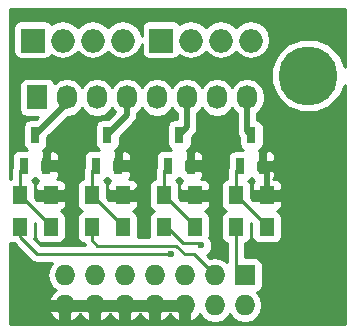
<source format=gtl>
G04 #@! TF.FileFunction,Copper,L1,Top,Signal*
%FSLAX46Y46*%
G04 Gerber Fmt 4.6, Leading zero omitted, Abs format (unit mm)*
G04 Created by KiCad (PCBNEW 4.0.1-stable) date 08.03.2016 20:40:15*
%MOMM*%
G01*
G04 APERTURE LIST*
%ADD10C,0.100000*%
%ADD11C,0.600000*%
%ADD12O,1.998980X1.998980*%
%ADD13R,1.998980X1.998980*%
%ADD14R,0.800100X1.400000*%
%ADD15R,1.300000X1.500000*%
%ADD16R,1.727200X2.032000*%
%ADD17O,1.727200X2.032000*%
%ADD18C,5.000000*%
%ADD19R,1.727200X1.727200*%
%ADD20O,1.727200X1.727200*%
%ADD21C,0.500000*%
%ADD22C,0.250000*%
%ADD23C,0.254000*%
G04 APERTURE END LIST*
D10*
D11*
X164000000Y-93600000D03*
X162650000Y-87975000D03*
X165075000Y-88075000D03*
X167850000Y-88125000D03*
X170225000Y-88125000D03*
X172950000Y-88125000D03*
X175500000Y-88000000D03*
X178375000Y-87950000D03*
X161250000Y-109150000D03*
X159750000Y-109150000D03*
X161250000Y-107650000D03*
X159750000Y-107650000D03*
X161250000Y-106150000D03*
X159750000Y-106150000D03*
X186000000Y-101850000D03*
X184400000Y-101750000D03*
X175640000Y-84050000D03*
X170000000Y-84130000D03*
X164460000Y-84200000D03*
X182800000Y-105300000D03*
X185800000Y-105300000D03*
X159770000Y-94880000D03*
X164280000Y-101880000D03*
X170360000Y-100630000D03*
X177720000Y-94760000D03*
X180950000Y-93250000D03*
D12*
X179510000Y-86150000D03*
D13*
X171890000Y-86150000D03*
D12*
X174430000Y-86150000D03*
X176970000Y-86150000D03*
X168660000Y-86150000D03*
D13*
X161040000Y-86150000D03*
D12*
X163580000Y-86150000D03*
X166120000Y-86150000D03*
D14*
X166400000Y-96725000D03*
X168300000Y-96725000D03*
X167350000Y-94125000D03*
X178600000Y-96750000D03*
X180500000Y-96750000D03*
X179550000Y-94150000D03*
X172500000Y-96725000D03*
X174400000Y-96725000D03*
X173450000Y-94125000D03*
X160300000Y-96725000D03*
X162200000Y-96725000D03*
X161250000Y-94125000D03*
D15*
X166050000Y-101925000D03*
X166050000Y-99225000D03*
X178250000Y-101925000D03*
X178250000Y-99225000D03*
X168650000Y-101925000D03*
X168650000Y-99225000D03*
X180850000Y-101925000D03*
X180850000Y-99225000D03*
X172150000Y-101925000D03*
X172150000Y-99225000D03*
X159950000Y-101925000D03*
X159950000Y-99225000D03*
X174750000Y-101925000D03*
X174750000Y-99225000D03*
X162550000Y-101925000D03*
X162550000Y-99225000D03*
D16*
X161400000Y-90950000D03*
D17*
X163940000Y-90950000D03*
X166480000Y-90950000D03*
X169020000Y-90950000D03*
X171560000Y-90950000D03*
X174100000Y-90950000D03*
X176640000Y-90950000D03*
X179180000Y-90950000D03*
D11*
X159350000Y-105100000D03*
D18*
X184370000Y-89100000D03*
D19*
X179000000Y-106000000D03*
D20*
X179000000Y-108540000D03*
X176460000Y-106000000D03*
X176460000Y-108540000D03*
X173920000Y-106000000D03*
X173920000Y-108540000D03*
X171380000Y-106000000D03*
X171380000Y-108540000D03*
X168840000Y-106000000D03*
X168840000Y-108540000D03*
X166300000Y-106000000D03*
X166300000Y-108540000D03*
X163760000Y-106000000D03*
X163760000Y-108540000D03*
D11*
X164270000Y-99800000D03*
X180990000Y-94970000D03*
X170350000Y-97090000D03*
X176450000Y-96480000D03*
X172790000Y-104200000D03*
X175320000Y-103480000D03*
D21*
X162550000Y-99225000D02*
X163695000Y-99225000D01*
X163695000Y-99225000D02*
X164270000Y-99800000D01*
X180500000Y-96750000D02*
X180500000Y-95460000D01*
X180500000Y-95460000D02*
X180990000Y-94970000D01*
X168650000Y-99225000D02*
X169475000Y-99225000D01*
X169475000Y-99225000D02*
X170350000Y-98350000D01*
X170350000Y-98350000D02*
X170350000Y-97090000D01*
X176450000Y-96480000D02*
X176205000Y-96725000D01*
X176205000Y-96725000D02*
X174400000Y-96725000D01*
X180850000Y-99225000D02*
X180850000Y-97100000D01*
X180850000Y-97100000D02*
X180500000Y-96750000D01*
D22*
X176460000Y-106000000D02*
X174660000Y-104200000D01*
X166050000Y-103030000D02*
X166050000Y-101925000D01*
X166520000Y-103500000D02*
X166050000Y-103030000D01*
X173200000Y-103500000D02*
X166520000Y-103500000D01*
X173900000Y-104200000D02*
X173200000Y-103500000D01*
X174660000Y-104200000D02*
X173900000Y-104200000D01*
X172760000Y-104230000D02*
X172790000Y-104200000D01*
X161400000Y-104230000D02*
X172760000Y-104230000D01*
X159950000Y-102780000D02*
X161400000Y-104230000D01*
X159950000Y-101925000D02*
X159950000Y-102780000D01*
X178250000Y-101925000D02*
X178250000Y-105250000D01*
X178250000Y-105250000D02*
X179000000Y-106000000D01*
X175320000Y-103480000D02*
X175080000Y-103240000D01*
X175080000Y-103240000D02*
X173760000Y-103240000D01*
X173760000Y-103240000D02*
X172445000Y-101925000D01*
X172445000Y-101925000D02*
X172150000Y-101925000D01*
D21*
X169020000Y-90950000D02*
X169020000Y-92455000D01*
X169020000Y-92455000D02*
X167350000Y-94125000D01*
X179180000Y-90950000D02*
X179180000Y-93780000D01*
X179180000Y-93780000D02*
X179550000Y-94150000D01*
X174100000Y-90950000D02*
X174100000Y-93475000D01*
X174100000Y-93475000D02*
X173450000Y-94125000D01*
X163940000Y-90950000D02*
X163940000Y-91435000D01*
X163940000Y-91435000D02*
X161250000Y-94125000D01*
D22*
X166050000Y-99225000D02*
X166050000Y-97075000D01*
X166050000Y-97075000D02*
X166400000Y-96725000D01*
X168650000Y-101925000D02*
X168650000Y-101825000D01*
X168650000Y-101825000D02*
X166050000Y-99225000D01*
X178250000Y-99225000D02*
X178250000Y-97100000D01*
X178250000Y-97100000D02*
X178600000Y-96750000D01*
X180850000Y-101925000D02*
X180850000Y-101825000D01*
X180850000Y-101825000D02*
X178250000Y-99225000D01*
X172150000Y-99225000D02*
X172150000Y-97075000D01*
X172150000Y-97075000D02*
X172500000Y-96725000D01*
X174750000Y-101925000D02*
X174750000Y-101825000D01*
X174750000Y-101825000D02*
X172150000Y-99225000D01*
X159950000Y-97075000D02*
X160300000Y-96725000D01*
X159950000Y-99225000D02*
X159950000Y-97075000D01*
X162550000Y-101925000D02*
X162550000Y-101825000D01*
X162550000Y-101825000D02*
X159950000Y-99225000D01*
D23*
G36*
X187438000Y-88336627D02*
X187022488Y-87331011D01*
X186143616Y-86450604D01*
X184994728Y-85973544D01*
X183750730Y-85972458D01*
X182601011Y-86447512D01*
X181720604Y-87326384D01*
X181243544Y-88475272D01*
X181242458Y-89719270D01*
X181717512Y-90868989D01*
X182596384Y-91749396D01*
X183745272Y-92226456D01*
X184989270Y-92227542D01*
X186138989Y-91752488D01*
X187019396Y-90873616D01*
X187438000Y-89865506D01*
X187438000Y-110098000D01*
X159112000Y-110098000D01*
X159112000Y-109135467D01*
X162384753Y-109135467D01*
X162717313Y-109616424D01*
X163164537Y-109915218D01*
X163387000Y-109826883D01*
X163387000Y-108913000D01*
X164133000Y-108913000D01*
X164133000Y-109826883D01*
X164355463Y-109915218D01*
X164802687Y-109616424D01*
X165030000Y-109287678D01*
X165257313Y-109616424D01*
X165704537Y-109915218D01*
X165927000Y-109826883D01*
X165927000Y-108913000D01*
X166673000Y-108913000D01*
X166673000Y-109826883D01*
X166895463Y-109915218D01*
X167342687Y-109616424D01*
X167570000Y-109287678D01*
X167797313Y-109616424D01*
X168244537Y-109915218D01*
X168467000Y-109826883D01*
X168467000Y-108913000D01*
X169213000Y-108913000D01*
X169213000Y-109826883D01*
X169435463Y-109915218D01*
X169882687Y-109616424D01*
X170110000Y-109287678D01*
X170337313Y-109616424D01*
X170784537Y-109915218D01*
X171007000Y-109826883D01*
X171007000Y-108913000D01*
X171753000Y-108913000D01*
X171753000Y-109826883D01*
X171975463Y-109915218D01*
X172422687Y-109616424D01*
X172650000Y-109287678D01*
X172877313Y-109616424D01*
X173324537Y-109915218D01*
X173547000Y-109826883D01*
X173547000Y-108913000D01*
X171753000Y-108913000D01*
X171007000Y-108913000D01*
X169213000Y-108913000D01*
X168467000Y-108913000D01*
X166673000Y-108913000D01*
X165927000Y-108913000D01*
X164133000Y-108913000D01*
X163387000Y-108913000D01*
X162467283Y-108913000D01*
X162384753Y-109135467D01*
X159112000Y-109135467D01*
X159112000Y-103276212D01*
X159300000Y-103314283D01*
X159420795Y-103314283D01*
X160868256Y-104761745D01*
X161014503Y-104859464D01*
X161112222Y-104924757D01*
X161400000Y-104982000D01*
X162662411Y-104982000D01*
X162382865Y-105400369D01*
X162269400Y-105970797D01*
X162269400Y-106029203D01*
X162382865Y-106599631D01*
X162705987Y-107083216D01*
X162996289Y-107277190D01*
X162717313Y-107463576D01*
X162384753Y-107944533D01*
X162467283Y-108167000D01*
X163387000Y-108167000D01*
X163387000Y-108147000D01*
X164133000Y-108147000D01*
X164133000Y-108167000D01*
X165927000Y-108167000D01*
X165927000Y-108147000D01*
X166673000Y-108147000D01*
X166673000Y-108167000D01*
X168467000Y-108167000D01*
X168467000Y-108147000D01*
X169213000Y-108147000D01*
X169213000Y-108167000D01*
X171007000Y-108167000D01*
X171007000Y-108147000D01*
X171753000Y-108147000D01*
X171753000Y-108167000D01*
X173547000Y-108167000D01*
X173547000Y-108147000D01*
X174293000Y-108147000D01*
X174293000Y-108167000D01*
X174313000Y-108167000D01*
X174313000Y-108913000D01*
X174293000Y-108913000D01*
X174293000Y-109826883D01*
X174515463Y-109915218D01*
X174962687Y-109616424D01*
X175185823Y-109293719D01*
X175405987Y-109623216D01*
X175889572Y-109946338D01*
X176460000Y-110059803D01*
X177030428Y-109946338D01*
X177514013Y-109623216D01*
X177730000Y-109299969D01*
X177945987Y-109623216D01*
X178429572Y-109946338D01*
X179000000Y-110059803D01*
X179570428Y-109946338D01*
X180054013Y-109623216D01*
X180377135Y-109139631D01*
X180490600Y-108569203D01*
X180490600Y-108510797D01*
X180377135Y-107940369D01*
X180060109Y-107465907D01*
X180095952Y-107459163D01*
X180309353Y-107321843D01*
X180452517Y-107112317D01*
X180502883Y-106863600D01*
X180502883Y-105136400D01*
X180459163Y-104904048D01*
X180321843Y-104690647D01*
X180112317Y-104547483D01*
X179863600Y-104497117D01*
X179002000Y-104497117D01*
X179002000Y-103295090D01*
X179132352Y-103270563D01*
X179345753Y-103133243D01*
X179488917Y-102923717D01*
X179539283Y-102675000D01*
X179539283Y-101577771D01*
X179560717Y-101599205D01*
X179560717Y-102675000D01*
X179604437Y-102907352D01*
X179741757Y-103120753D01*
X179951283Y-103263917D01*
X180200000Y-103314283D01*
X181500000Y-103314283D01*
X181732352Y-103270563D01*
X181945753Y-103133243D01*
X182088917Y-102923717D01*
X182139283Y-102675000D01*
X182139283Y-101175000D01*
X182095563Y-100942648D01*
X181958243Y-100729247D01*
X181748717Y-100586083D01*
X181705284Y-100577288D01*
X181859699Y-100513327D01*
X182038327Y-100334698D01*
X182135000Y-100101309D01*
X182135000Y-99756750D01*
X181976250Y-99598000D01*
X181175000Y-99598000D01*
X181175000Y-99618000D01*
X180525000Y-99618000D01*
X180525000Y-99598000D01*
X179723750Y-99598000D01*
X179705119Y-99616631D01*
X179539283Y-99450795D01*
X179539283Y-98475000D01*
X179495563Y-98242648D01*
X179358243Y-98029247D01*
X179309507Y-97995947D01*
X179445803Y-97908243D01*
X179543323Y-97765519D01*
X179561623Y-97809699D01*
X179740252Y-97988327D01*
X179774473Y-98002502D01*
X179661673Y-98115302D01*
X179565000Y-98348691D01*
X179565000Y-98693250D01*
X179723750Y-98852000D01*
X180525000Y-98852000D01*
X180525000Y-98832000D01*
X181175000Y-98832000D01*
X181175000Y-98852000D01*
X181976250Y-98852000D01*
X182135000Y-98693250D01*
X182135000Y-98348691D01*
X182038327Y-98115302D01*
X181859699Y-97936673D01*
X181626310Y-97840000D01*
X181408076Y-97840000D01*
X181438377Y-97809699D01*
X181535050Y-97576310D01*
X181535050Y-97258750D01*
X181376300Y-97100000D01*
X180700025Y-97100000D01*
X180700025Y-97143000D01*
X180299975Y-97143000D01*
X180299975Y-97100000D01*
X180107000Y-97100000D01*
X180107000Y-96400000D01*
X180299975Y-96400000D01*
X180299975Y-95573750D01*
X180700025Y-95573750D01*
X180700025Y-96400000D01*
X181376300Y-96400000D01*
X181535050Y-96241250D01*
X181535050Y-95923690D01*
X181438377Y-95690301D01*
X181259748Y-95511673D01*
X181026359Y-95415000D01*
X180858775Y-95415000D01*
X180700025Y-95573750D01*
X180299975Y-95573750D01*
X180173469Y-95447244D01*
X180182402Y-95445563D01*
X180395803Y-95308243D01*
X180538967Y-95098717D01*
X180589333Y-94850000D01*
X180589333Y-93450000D01*
X180545613Y-93217648D01*
X180408293Y-93004247D01*
X180198767Y-92861083D01*
X180057000Y-92832375D01*
X180057000Y-92306878D01*
X180234013Y-92188601D01*
X180557135Y-91705016D01*
X180670600Y-91134588D01*
X180670600Y-90765412D01*
X180557135Y-90194984D01*
X180234013Y-89711399D01*
X179750428Y-89388277D01*
X179180000Y-89274812D01*
X178609572Y-89388277D01*
X178125987Y-89711399D01*
X177910000Y-90034646D01*
X177694013Y-89711399D01*
X177210428Y-89388277D01*
X176640000Y-89274812D01*
X176069572Y-89388277D01*
X175585987Y-89711399D01*
X175370000Y-90034646D01*
X175154013Y-89711399D01*
X174670428Y-89388277D01*
X174100000Y-89274812D01*
X173529572Y-89388277D01*
X173045987Y-89711399D01*
X172830000Y-90034646D01*
X172614013Y-89711399D01*
X172130428Y-89388277D01*
X171560000Y-89274812D01*
X170989572Y-89388277D01*
X170505987Y-89711399D01*
X170290000Y-90034646D01*
X170074013Y-89711399D01*
X169590428Y-89388277D01*
X169020000Y-89274812D01*
X168449572Y-89388277D01*
X167965987Y-89711399D01*
X167750000Y-90034646D01*
X167534013Y-89711399D01*
X167050428Y-89388277D01*
X166480000Y-89274812D01*
X165909572Y-89388277D01*
X165425987Y-89711399D01*
X165210000Y-90034646D01*
X164994013Y-89711399D01*
X164510428Y-89388277D01*
X163940000Y-89274812D01*
X163369572Y-89388277D01*
X162885987Y-89711399D01*
X162866489Y-89740580D01*
X162859163Y-89701648D01*
X162721843Y-89488247D01*
X162512317Y-89345083D01*
X162263600Y-89294717D01*
X160536400Y-89294717D01*
X160304048Y-89338437D01*
X160090647Y-89475757D01*
X159947483Y-89685283D01*
X159897117Y-89934000D01*
X159897117Y-91966000D01*
X159940837Y-92198352D01*
X160078157Y-92411753D01*
X160287683Y-92554917D01*
X160536400Y-92605283D01*
X161529451Y-92605283D01*
X161349017Y-92785717D01*
X160849950Y-92785717D01*
X160617598Y-92829437D01*
X160404197Y-92966757D01*
X160261033Y-93176283D01*
X160210667Y-93425000D01*
X160210667Y-94825000D01*
X160254387Y-95057352D01*
X160391707Y-95270753D01*
X160559961Y-95385717D01*
X159899950Y-95385717D01*
X159667598Y-95429437D01*
X159454197Y-95566757D01*
X159311033Y-95776283D01*
X159260667Y-96025000D01*
X159260667Y-96779104D01*
X159255243Y-96787222D01*
X159198000Y-97075000D01*
X159198000Y-97854910D01*
X159112000Y-97871092D01*
X159112000Y-85050510D01*
X159401227Y-85050510D01*
X159401227Y-87049490D01*
X159444947Y-87281842D01*
X159582267Y-87495243D01*
X159791793Y-87638407D01*
X160040510Y-87688773D01*
X162039490Y-87688773D01*
X162271842Y-87645053D01*
X162485243Y-87507733D01*
X162602219Y-87336535D01*
X162925704Y-87552681D01*
X163548135Y-87676490D01*
X163611865Y-87676490D01*
X164234296Y-87552681D01*
X164761967Y-87200102D01*
X164850000Y-87068351D01*
X164938033Y-87200102D01*
X165465704Y-87552681D01*
X166088135Y-87676490D01*
X166151865Y-87676490D01*
X166774296Y-87552681D01*
X167301967Y-87200102D01*
X167390000Y-87068351D01*
X167478033Y-87200102D01*
X168005704Y-87552681D01*
X168628135Y-87676490D01*
X168691865Y-87676490D01*
X169314296Y-87552681D01*
X169841967Y-87200102D01*
X170194546Y-86672431D01*
X170251227Y-86387476D01*
X170251227Y-87049490D01*
X170294947Y-87281842D01*
X170432267Y-87495243D01*
X170641793Y-87638407D01*
X170890510Y-87688773D01*
X172889490Y-87688773D01*
X173121842Y-87645053D01*
X173335243Y-87507733D01*
X173452219Y-87336535D01*
X173775704Y-87552681D01*
X174398135Y-87676490D01*
X174461865Y-87676490D01*
X175084296Y-87552681D01*
X175611967Y-87200102D01*
X175700000Y-87068351D01*
X175788033Y-87200102D01*
X176315704Y-87552681D01*
X176938135Y-87676490D01*
X177001865Y-87676490D01*
X177624296Y-87552681D01*
X178151967Y-87200102D01*
X178240000Y-87068351D01*
X178328033Y-87200102D01*
X178855704Y-87552681D01*
X179478135Y-87676490D01*
X179541865Y-87676490D01*
X180164296Y-87552681D01*
X180691967Y-87200102D01*
X181044546Y-86672431D01*
X181168355Y-86050000D01*
X181044546Y-85427569D01*
X180691967Y-84899898D01*
X180164296Y-84547319D01*
X179541865Y-84423510D01*
X179478135Y-84423510D01*
X178855704Y-84547319D01*
X178328033Y-84899898D01*
X178240000Y-85031649D01*
X178151967Y-84899898D01*
X177624296Y-84547319D01*
X177001865Y-84423510D01*
X176938135Y-84423510D01*
X176315704Y-84547319D01*
X175788033Y-84899898D01*
X175700000Y-85031649D01*
X175611967Y-84899898D01*
X175084296Y-84547319D01*
X174461865Y-84423510D01*
X174398135Y-84423510D01*
X173775704Y-84547319D01*
X173450569Y-84764568D01*
X173347733Y-84604757D01*
X173138207Y-84461593D01*
X172889490Y-84411227D01*
X170890510Y-84411227D01*
X170658158Y-84454947D01*
X170444757Y-84592267D01*
X170301593Y-84801793D01*
X170251227Y-85050510D01*
X170251227Y-85712524D01*
X170194546Y-85427569D01*
X169841967Y-84899898D01*
X169314296Y-84547319D01*
X168691865Y-84423510D01*
X168628135Y-84423510D01*
X168005704Y-84547319D01*
X167478033Y-84899898D01*
X167390000Y-85031649D01*
X167301967Y-84899898D01*
X166774296Y-84547319D01*
X166151865Y-84423510D01*
X166088135Y-84423510D01*
X165465704Y-84547319D01*
X164938033Y-84899898D01*
X164850000Y-85031649D01*
X164761967Y-84899898D01*
X164234296Y-84547319D01*
X163611865Y-84423510D01*
X163548135Y-84423510D01*
X162925704Y-84547319D01*
X162600569Y-84764568D01*
X162497733Y-84604757D01*
X162288207Y-84461593D01*
X162039490Y-84411227D01*
X160040510Y-84411227D01*
X159808158Y-84454947D01*
X159594757Y-84592267D01*
X159451593Y-84801793D01*
X159401227Y-85050510D01*
X159112000Y-85050510D01*
X159112000Y-83452000D01*
X187438000Y-83452000D01*
X187438000Y-88336627D01*
X187438000Y-88336627D01*
G37*
X187438000Y-88336627D02*
X187022488Y-87331011D01*
X186143616Y-86450604D01*
X184994728Y-85973544D01*
X183750730Y-85972458D01*
X182601011Y-86447512D01*
X181720604Y-87326384D01*
X181243544Y-88475272D01*
X181242458Y-89719270D01*
X181717512Y-90868989D01*
X182596384Y-91749396D01*
X183745272Y-92226456D01*
X184989270Y-92227542D01*
X186138989Y-91752488D01*
X187019396Y-90873616D01*
X187438000Y-89865506D01*
X187438000Y-110098000D01*
X159112000Y-110098000D01*
X159112000Y-109135467D01*
X162384753Y-109135467D01*
X162717313Y-109616424D01*
X163164537Y-109915218D01*
X163387000Y-109826883D01*
X163387000Y-108913000D01*
X164133000Y-108913000D01*
X164133000Y-109826883D01*
X164355463Y-109915218D01*
X164802687Y-109616424D01*
X165030000Y-109287678D01*
X165257313Y-109616424D01*
X165704537Y-109915218D01*
X165927000Y-109826883D01*
X165927000Y-108913000D01*
X166673000Y-108913000D01*
X166673000Y-109826883D01*
X166895463Y-109915218D01*
X167342687Y-109616424D01*
X167570000Y-109287678D01*
X167797313Y-109616424D01*
X168244537Y-109915218D01*
X168467000Y-109826883D01*
X168467000Y-108913000D01*
X169213000Y-108913000D01*
X169213000Y-109826883D01*
X169435463Y-109915218D01*
X169882687Y-109616424D01*
X170110000Y-109287678D01*
X170337313Y-109616424D01*
X170784537Y-109915218D01*
X171007000Y-109826883D01*
X171007000Y-108913000D01*
X171753000Y-108913000D01*
X171753000Y-109826883D01*
X171975463Y-109915218D01*
X172422687Y-109616424D01*
X172650000Y-109287678D01*
X172877313Y-109616424D01*
X173324537Y-109915218D01*
X173547000Y-109826883D01*
X173547000Y-108913000D01*
X171753000Y-108913000D01*
X171007000Y-108913000D01*
X169213000Y-108913000D01*
X168467000Y-108913000D01*
X166673000Y-108913000D01*
X165927000Y-108913000D01*
X164133000Y-108913000D01*
X163387000Y-108913000D01*
X162467283Y-108913000D01*
X162384753Y-109135467D01*
X159112000Y-109135467D01*
X159112000Y-103276212D01*
X159300000Y-103314283D01*
X159420795Y-103314283D01*
X160868256Y-104761745D01*
X161014503Y-104859464D01*
X161112222Y-104924757D01*
X161400000Y-104982000D01*
X162662411Y-104982000D01*
X162382865Y-105400369D01*
X162269400Y-105970797D01*
X162269400Y-106029203D01*
X162382865Y-106599631D01*
X162705987Y-107083216D01*
X162996289Y-107277190D01*
X162717313Y-107463576D01*
X162384753Y-107944533D01*
X162467283Y-108167000D01*
X163387000Y-108167000D01*
X163387000Y-108147000D01*
X164133000Y-108147000D01*
X164133000Y-108167000D01*
X165927000Y-108167000D01*
X165927000Y-108147000D01*
X166673000Y-108147000D01*
X166673000Y-108167000D01*
X168467000Y-108167000D01*
X168467000Y-108147000D01*
X169213000Y-108147000D01*
X169213000Y-108167000D01*
X171007000Y-108167000D01*
X171007000Y-108147000D01*
X171753000Y-108147000D01*
X171753000Y-108167000D01*
X173547000Y-108167000D01*
X173547000Y-108147000D01*
X174293000Y-108147000D01*
X174293000Y-108167000D01*
X174313000Y-108167000D01*
X174313000Y-108913000D01*
X174293000Y-108913000D01*
X174293000Y-109826883D01*
X174515463Y-109915218D01*
X174962687Y-109616424D01*
X175185823Y-109293719D01*
X175405987Y-109623216D01*
X175889572Y-109946338D01*
X176460000Y-110059803D01*
X177030428Y-109946338D01*
X177514013Y-109623216D01*
X177730000Y-109299969D01*
X177945987Y-109623216D01*
X178429572Y-109946338D01*
X179000000Y-110059803D01*
X179570428Y-109946338D01*
X180054013Y-109623216D01*
X180377135Y-109139631D01*
X180490600Y-108569203D01*
X180490600Y-108510797D01*
X180377135Y-107940369D01*
X180060109Y-107465907D01*
X180095952Y-107459163D01*
X180309353Y-107321843D01*
X180452517Y-107112317D01*
X180502883Y-106863600D01*
X180502883Y-105136400D01*
X180459163Y-104904048D01*
X180321843Y-104690647D01*
X180112317Y-104547483D01*
X179863600Y-104497117D01*
X179002000Y-104497117D01*
X179002000Y-103295090D01*
X179132352Y-103270563D01*
X179345753Y-103133243D01*
X179488917Y-102923717D01*
X179539283Y-102675000D01*
X179539283Y-101577771D01*
X179560717Y-101599205D01*
X179560717Y-102675000D01*
X179604437Y-102907352D01*
X179741757Y-103120753D01*
X179951283Y-103263917D01*
X180200000Y-103314283D01*
X181500000Y-103314283D01*
X181732352Y-103270563D01*
X181945753Y-103133243D01*
X182088917Y-102923717D01*
X182139283Y-102675000D01*
X182139283Y-101175000D01*
X182095563Y-100942648D01*
X181958243Y-100729247D01*
X181748717Y-100586083D01*
X181705284Y-100577288D01*
X181859699Y-100513327D01*
X182038327Y-100334698D01*
X182135000Y-100101309D01*
X182135000Y-99756750D01*
X181976250Y-99598000D01*
X181175000Y-99598000D01*
X181175000Y-99618000D01*
X180525000Y-99618000D01*
X180525000Y-99598000D01*
X179723750Y-99598000D01*
X179705119Y-99616631D01*
X179539283Y-99450795D01*
X179539283Y-98475000D01*
X179495563Y-98242648D01*
X179358243Y-98029247D01*
X179309507Y-97995947D01*
X179445803Y-97908243D01*
X179543323Y-97765519D01*
X179561623Y-97809699D01*
X179740252Y-97988327D01*
X179774473Y-98002502D01*
X179661673Y-98115302D01*
X179565000Y-98348691D01*
X179565000Y-98693250D01*
X179723750Y-98852000D01*
X180525000Y-98852000D01*
X180525000Y-98832000D01*
X181175000Y-98832000D01*
X181175000Y-98852000D01*
X181976250Y-98852000D01*
X182135000Y-98693250D01*
X182135000Y-98348691D01*
X182038327Y-98115302D01*
X181859699Y-97936673D01*
X181626310Y-97840000D01*
X181408076Y-97840000D01*
X181438377Y-97809699D01*
X181535050Y-97576310D01*
X181535050Y-97258750D01*
X181376300Y-97100000D01*
X180700025Y-97100000D01*
X180700025Y-97143000D01*
X180299975Y-97143000D01*
X180299975Y-97100000D01*
X180107000Y-97100000D01*
X180107000Y-96400000D01*
X180299975Y-96400000D01*
X180299975Y-95573750D01*
X180700025Y-95573750D01*
X180700025Y-96400000D01*
X181376300Y-96400000D01*
X181535050Y-96241250D01*
X181535050Y-95923690D01*
X181438377Y-95690301D01*
X181259748Y-95511673D01*
X181026359Y-95415000D01*
X180858775Y-95415000D01*
X180700025Y-95573750D01*
X180299975Y-95573750D01*
X180173469Y-95447244D01*
X180182402Y-95445563D01*
X180395803Y-95308243D01*
X180538967Y-95098717D01*
X180589333Y-94850000D01*
X180589333Y-93450000D01*
X180545613Y-93217648D01*
X180408293Y-93004247D01*
X180198767Y-92861083D01*
X180057000Y-92832375D01*
X180057000Y-92306878D01*
X180234013Y-92188601D01*
X180557135Y-91705016D01*
X180670600Y-91134588D01*
X180670600Y-90765412D01*
X180557135Y-90194984D01*
X180234013Y-89711399D01*
X179750428Y-89388277D01*
X179180000Y-89274812D01*
X178609572Y-89388277D01*
X178125987Y-89711399D01*
X177910000Y-90034646D01*
X177694013Y-89711399D01*
X177210428Y-89388277D01*
X176640000Y-89274812D01*
X176069572Y-89388277D01*
X175585987Y-89711399D01*
X175370000Y-90034646D01*
X175154013Y-89711399D01*
X174670428Y-89388277D01*
X174100000Y-89274812D01*
X173529572Y-89388277D01*
X173045987Y-89711399D01*
X172830000Y-90034646D01*
X172614013Y-89711399D01*
X172130428Y-89388277D01*
X171560000Y-89274812D01*
X170989572Y-89388277D01*
X170505987Y-89711399D01*
X170290000Y-90034646D01*
X170074013Y-89711399D01*
X169590428Y-89388277D01*
X169020000Y-89274812D01*
X168449572Y-89388277D01*
X167965987Y-89711399D01*
X167750000Y-90034646D01*
X167534013Y-89711399D01*
X167050428Y-89388277D01*
X166480000Y-89274812D01*
X165909572Y-89388277D01*
X165425987Y-89711399D01*
X165210000Y-90034646D01*
X164994013Y-89711399D01*
X164510428Y-89388277D01*
X163940000Y-89274812D01*
X163369572Y-89388277D01*
X162885987Y-89711399D01*
X162866489Y-89740580D01*
X162859163Y-89701648D01*
X162721843Y-89488247D01*
X162512317Y-89345083D01*
X162263600Y-89294717D01*
X160536400Y-89294717D01*
X160304048Y-89338437D01*
X160090647Y-89475757D01*
X159947483Y-89685283D01*
X159897117Y-89934000D01*
X159897117Y-91966000D01*
X159940837Y-92198352D01*
X160078157Y-92411753D01*
X160287683Y-92554917D01*
X160536400Y-92605283D01*
X161529451Y-92605283D01*
X161349017Y-92785717D01*
X160849950Y-92785717D01*
X160617598Y-92829437D01*
X160404197Y-92966757D01*
X160261033Y-93176283D01*
X160210667Y-93425000D01*
X160210667Y-94825000D01*
X160254387Y-95057352D01*
X160391707Y-95270753D01*
X160559961Y-95385717D01*
X159899950Y-95385717D01*
X159667598Y-95429437D01*
X159454197Y-95566757D01*
X159311033Y-95776283D01*
X159260667Y-96025000D01*
X159260667Y-96779104D01*
X159255243Y-96787222D01*
X159198000Y-97075000D01*
X159198000Y-97854910D01*
X159112000Y-97871092D01*
X159112000Y-85050510D01*
X159401227Y-85050510D01*
X159401227Y-87049490D01*
X159444947Y-87281842D01*
X159582267Y-87495243D01*
X159791793Y-87638407D01*
X160040510Y-87688773D01*
X162039490Y-87688773D01*
X162271842Y-87645053D01*
X162485243Y-87507733D01*
X162602219Y-87336535D01*
X162925704Y-87552681D01*
X163548135Y-87676490D01*
X163611865Y-87676490D01*
X164234296Y-87552681D01*
X164761967Y-87200102D01*
X164850000Y-87068351D01*
X164938033Y-87200102D01*
X165465704Y-87552681D01*
X166088135Y-87676490D01*
X166151865Y-87676490D01*
X166774296Y-87552681D01*
X167301967Y-87200102D01*
X167390000Y-87068351D01*
X167478033Y-87200102D01*
X168005704Y-87552681D01*
X168628135Y-87676490D01*
X168691865Y-87676490D01*
X169314296Y-87552681D01*
X169841967Y-87200102D01*
X170194546Y-86672431D01*
X170251227Y-86387476D01*
X170251227Y-87049490D01*
X170294947Y-87281842D01*
X170432267Y-87495243D01*
X170641793Y-87638407D01*
X170890510Y-87688773D01*
X172889490Y-87688773D01*
X173121842Y-87645053D01*
X173335243Y-87507733D01*
X173452219Y-87336535D01*
X173775704Y-87552681D01*
X174398135Y-87676490D01*
X174461865Y-87676490D01*
X175084296Y-87552681D01*
X175611967Y-87200102D01*
X175700000Y-87068351D01*
X175788033Y-87200102D01*
X176315704Y-87552681D01*
X176938135Y-87676490D01*
X177001865Y-87676490D01*
X177624296Y-87552681D01*
X178151967Y-87200102D01*
X178240000Y-87068351D01*
X178328033Y-87200102D01*
X178855704Y-87552681D01*
X179478135Y-87676490D01*
X179541865Y-87676490D01*
X180164296Y-87552681D01*
X180691967Y-87200102D01*
X181044546Y-86672431D01*
X181168355Y-86050000D01*
X181044546Y-85427569D01*
X180691967Y-84899898D01*
X180164296Y-84547319D01*
X179541865Y-84423510D01*
X179478135Y-84423510D01*
X178855704Y-84547319D01*
X178328033Y-84899898D01*
X178240000Y-85031649D01*
X178151967Y-84899898D01*
X177624296Y-84547319D01*
X177001865Y-84423510D01*
X176938135Y-84423510D01*
X176315704Y-84547319D01*
X175788033Y-84899898D01*
X175700000Y-85031649D01*
X175611967Y-84899898D01*
X175084296Y-84547319D01*
X174461865Y-84423510D01*
X174398135Y-84423510D01*
X173775704Y-84547319D01*
X173450569Y-84764568D01*
X173347733Y-84604757D01*
X173138207Y-84461593D01*
X172889490Y-84411227D01*
X170890510Y-84411227D01*
X170658158Y-84454947D01*
X170444757Y-84592267D01*
X170301593Y-84801793D01*
X170251227Y-85050510D01*
X170251227Y-85712524D01*
X170194546Y-85427569D01*
X169841967Y-84899898D01*
X169314296Y-84547319D01*
X168691865Y-84423510D01*
X168628135Y-84423510D01*
X168005704Y-84547319D01*
X167478033Y-84899898D01*
X167390000Y-85031649D01*
X167301967Y-84899898D01*
X166774296Y-84547319D01*
X166151865Y-84423510D01*
X166088135Y-84423510D01*
X165465704Y-84547319D01*
X164938033Y-84899898D01*
X164850000Y-85031649D01*
X164761967Y-84899898D01*
X164234296Y-84547319D01*
X163611865Y-84423510D01*
X163548135Y-84423510D01*
X162925704Y-84547319D01*
X162600569Y-84764568D01*
X162497733Y-84604757D01*
X162288207Y-84461593D01*
X162039490Y-84411227D01*
X160040510Y-84411227D01*
X159808158Y-84454947D01*
X159594757Y-84592267D01*
X159451593Y-84801793D01*
X159401227Y-85050510D01*
X159112000Y-85050510D01*
X159112000Y-83452000D01*
X187438000Y-83452000D01*
X187438000Y-88336627D01*
G36*
X178125987Y-92188601D02*
X178303000Y-92306878D01*
X178303000Y-93780000D01*
X178369758Y-94115613D01*
X178510667Y-94326500D01*
X178510667Y-94850000D01*
X178554387Y-95082352D01*
X178691707Y-95295753D01*
X178859961Y-95410717D01*
X178199950Y-95410717D01*
X177967598Y-95454437D01*
X177754197Y-95591757D01*
X177611033Y-95801283D01*
X177560667Y-96050000D01*
X177560667Y-96804104D01*
X177555243Y-96812222D01*
X177498000Y-97100000D01*
X177498000Y-97854910D01*
X177367648Y-97879437D01*
X177154247Y-98016757D01*
X177011083Y-98226283D01*
X176960717Y-98475000D01*
X176960717Y-99975000D01*
X177004437Y-100207352D01*
X177141757Y-100420753D01*
X177351283Y-100563917D01*
X177398892Y-100573558D01*
X177367648Y-100579437D01*
X177154247Y-100716757D01*
X177011083Y-100926283D01*
X176960717Y-101175000D01*
X176960717Y-102675000D01*
X177004437Y-102907352D01*
X177141757Y-103120753D01*
X177351283Y-103263917D01*
X177498000Y-103293628D01*
X177498000Y-104906084D01*
X177030428Y-104593662D01*
X176460000Y-104480197D01*
X176079393Y-104555904D01*
X175805783Y-104282294D01*
X175844417Y-104266331D01*
X176105414Y-104005789D01*
X176246839Y-103665201D01*
X176247161Y-103296417D01*
X176106331Y-102955583D01*
X176003354Y-102852426D01*
X176039283Y-102675000D01*
X176039283Y-101175000D01*
X175995563Y-100942648D01*
X175858243Y-100729247D01*
X175648717Y-100586083D01*
X175605284Y-100577288D01*
X175759699Y-100513327D01*
X175938327Y-100334698D01*
X176035000Y-100101309D01*
X176035000Y-99756750D01*
X175876250Y-99598000D01*
X175075000Y-99598000D01*
X175075000Y-99618000D01*
X174425000Y-99618000D01*
X174425000Y-99598000D01*
X173623750Y-99598000D01*
X173605119Y-99616631D01*
X173439283Y-99450795D01*
X173439283Y-98475000D01*
X173395563Y-98242648D01*
X173258243Y-98029247D01*
X173190664Y-97983072D01*
X173345803Y-97883243D01*
X173443323Y-97740519D01*
X173461623Y-97784699D01*
X173640252Y-97963327D01*
X173692150Y-97984824D01*
X173561673Y-98115302D01*
X173465000Y-98348691D01*
X173465000Y-98693250D01*
X173623750Y-98852000D01*
X174425000Y-98852000D01*
X174425000Y-98832000D01*
X175075000Y-98832000D01*
X175075000Y-98852000D01*
X175876250Y-98852000D01*
X176035000Y-98693250D01*
X176035000Y-98348691D01*
X175938327Y-98115302D01*
X175759699Y-97936673D01*
X175526310Y-97840000D01*
X175283076Y-97840000D01*
X175338377Y-97784699D01*
X175435050Y-97551310D01*
X175435050Y-97233750D01*
X175276300Y-97075000D01*
X174600025Y-97075000D01*
X174600025Y-97118000D01*
X174199975Y-97118000D01*
X174199975Y-97075000D01*
X174007000Y-97075000D01*
X174007000Y-96375000D01*
X174199975Y-96375000D01*
X174199975Y-95548750D01*
X174600025Y-95548750D01*
X174600025Y-96375000D01*
X175276300Y-96375000D01*
X175435050Y-96216250D01*
X175435050Y-95898690D01*
X175338377Y-95665301D01*
X175159748Y-95486673D01*
X174926359Y-95390000D01*
X174758775Y-95390000D01*
X174600025Y-95548750D01*
X174199975Y-95548750D01*
X174073469Y-95422244D01*
X174082402Y-95420563D01*
X174295803Y-95283243D01*
X174438967Y-95073717D01*
X174489333Y-94825000D01*
X174489333Y-94325933D01*
X174720133Y-94095133D01*
X174910242Y-93810613D01*
X174977001Y-93475000D01*
X174977000Y-93474995D01*
X174977000Y-92306878D01*
X175154013Y-92188601D01*
X175370000Y-91865354D01*
X175585987Y-92188601D01*
X176069572Y-92511723D01*
X176640000Y-92625188D01*
X177210428Y-92511723D01*
X177694013Y-92188601D01*
X177910000Y-91865354D01*
X178125987Y-92188601D01*
X178125987Y-92188601D01*
G37*
X178125987Y-92188601D02*
X178303000Y-92306878D01*
X178303000Y-93780000D01*
X178369758Y-94115613D01*
X178510667Y-94326500D01*
X178510667Y-94850000D01*
X178554387Y-95082352D01*
X178691707Y-95295753D01*
X178859961Y-95410717D01*
X178199950Y-95410717D01*
X177967598Y-95454437D01*
X177754197Y-95591757D01*
X177611033Y-95801283D01*
X177560667Y-96050000D01*
X177560667Y-96804104D01*
X177555243Y-96812222D01*
X177498000Y-97100000D01*
X177498000Y-97854910D01*
X177367648Y-97879437D01*
X177154247Y-98016757D01*
X177011083Y-98226283D01*
X176960717Y-98475000D01*
X176960717Y-99975000D01*
X177004437Y-100207352D01*
X177141757Y-100420753D01*
X177351283Y-100563917D01*
X177398892Y-100573558D01*
X177367648Y-100579437D01*
X177154247Y-100716757D01*
X177011083Y-100926283D01*
X176960717Y-101175000D01*
X176960717Y-102675000D01*
X177004437Y-102907352D01*
X177141757Y-103120753D01*
X177351283Y-103263917D01*
X177498000Y-103293628D01*
X177498000Y-104906084D01*
X177030428Y-104593662D01*
X176460000Y-104480197D01*
X176079393Y-104555904D01*
X175805783Y-104282294D01*
X175844417Y-104266331D01*
X176105414Y-104005789D01*
X176246839Y-103665201D01*
X176247161Y-103296417D01*
X176106331Y-102955583D01*
X176003354Y-102852426D01*
X176039283Y-102675000D01*
X176039283Y-101175000D01*
X175995563Y-100942648D01*
X175858243Y-100729247D01*
X175648717Y-100586083D01*
X175605284Y-100577288D01*
X175759699Y-100513327D01*
X175938327Y-100334698D01*
X176035000Y-100101309D01*
X176035000Y-99756750D01*
X175876250Y-99598000D01*
X175075000Y-99598000D01*
X175075000Y-99618000D01*
X174425000Y-99618000D01*
X174425000Y-99598000D01*
X173623750Y-99598000D01*
X173605119Y-99616631D01*
X173439283Y-99450795D01*
X173439283Y-98475000D01*
X173395563Y-98242648D01*
X173258243Y-98029247D01*
X173190664Y-97983072D01*
X173345803Y-97883243D01*
X173443323Y-97740519D01*
X173461623Y-97784699D01*
X173640252Y-97963327D01*
X173692150Y-97984824D01*
X173561673Y-98115302D01*
X173465000Y-98348691D01*
X173465000Y-98693250D01*
X173623750Y-98852000D01*
X174425000Y-98852000D01*
X174425000Y-98832000D01*
X175075000Y-98832000D01*
X175075000Y-98852000D01*
X175876250Y-98852000D01*
X176035000Y-98693250D01*
X176035000Y-98348691D01*
X175938327Y-98115302D01*
X175759699Y-97936673D01*
X175526310Y-97840000D01*
X175283076Y-97840000D01*
X175338377Y-97784699D01*
X175435050Y-97551310D01*
X175435050Y-97233750D01*
X175276300Y-97075000D01*
X174600025Y-97075000D01*
X174600025Y-97118000D01*
X174199975Y-97118000D01*
X174199975Y-97075000D01*
X174007000Y-97075000D01*
X174007000Y-96375000D01*
X174199975Y-96375000D01*
X174199975Y-95548750D01*
X174600025Y-95548750D01*
X174600025Y-96375000D01*
X175276300Y-96375000D01*
X175435050Y-96216250D01*
X175435050Y-95898690D01*
X175338377Y-95665301D01*
X175159748Y-95486673D01*
X174926359Y-95390000D01*
X174758775Y-95390000D01*
X174600025Y-95548750D01*
X174199975Y-95548750D01*
X174073469Y-95422244D01*
X174082402Y-95420563D01*
X174295803Y-95283243D01*
X174438967Y-95073717D01*
X174489333Y-94825000D01*
X174489333Y-94325933D01*
X174720133Y-94095133D01*
X174910242Y-93810613D01*
X174977001Y-93475000D01*
X174977000Y-93474995D01*
X174977000Y-92306878D01*
X175154013Y-92188601D01*
X175370000Y-91865354D01*
X175585987Y-92188601D01*
X176069572Y-92511723D01*
X176640000Y-92625188D01*
X177210428Y-92511723D01*
X177694013Y-92188601D01*
X177910000Y-91865354D01*
X178125987Y-92188601D01*
G36*
X167965987Y-92188601D02*
X168014031Y-92220703D01*
X167449017Y-92785717D01*
X166949950Y-92785717D01*
X166717598Y-92829437D01*
X166504197Y-92966757D01*
X166361033Y-93176283D01*
X166310667Y-93425000D01*
X166310667Y-94825000D01*
X166354387Y-95057352D01*
X166491707Y-95270753D01*
X166659961Y-95385717D01*
X165999950Y-95385717D01*
X165767598Y-95429437D01*
X165554197Y-95566757D01*
X165411033Y-95776283D01*
X165360667Y-96025000D01*
X165360667Y-96779104D01*
X165355243Y-96787222D01*
X165298000Y-97075000D01*
X165298000Y-97854910D01*
X165167648Y-97879437D01*
X164954247Y-98016757D01*
X164811083Y-98226283D01*
X164760717Y-98475000D01*
X164760717Y-99975000D01*
X164804437Y-100207352D01*
X164941757Y-100420753D01*
X165151283Y-100563917D01*
X165198892Y-100573558D01*
X165167648Y-100579437D01*
X164954247Y-100716757D01*
X164811083Y-100926283D01*
X164760717Y-101175000D01*
X164760717Y-102675000D01*
X164804437Y-102907352D01*
X164941757Y-103120753D01*
X165151283Y-103263917D01*
X165352640Y-103304692D01*
X165355243Y-103317778D01*
X165462300Y-103478000D01*
X161711489Y-103478000D01*
X161176045Y-102942556D01*
X161188917Y-102923717D01*
X161239283Y-102675000D01*
X161239283Y-101577771D01*
X161260717Y-101599205D01*
X161260717Y-102675000D01*
X161304437Y-102907352D01*
X161441757Y-103120753D01*
X161651283Y-103263917D01*
X161900000Y-103314283D01*
X163200000Y-103314283D01*
X163432352Y-103270563D01*
X163645753Y-103133243D01*
X163788917Y-102923717D01*
X163839283Y-102675000D01*
X163839283Y-101175000D01*
X163795563Y-100942648D01*
X163658243Y-100729247D01*
X163448717Y-100586083D01*
X163405284Y-100577288D01*
X163559699Y-100513327D01*
X163738327Y-100334698D01*
X163835000Y-100101309D01*
X163835000Y-99756750D01*
X163676250Y-99598000D01*
X162875000Y-99598000D01*
X162875000Y-99618000D01*
X162225000Y-99618000D01*
X162225000Y-99598000D01*
X161423750Y-99598000D01*
X161405119Y-99616631D01*
X161239283Y-99450795D01*
X161239283Y-98475000D01*
X161195563Y-98242648D01*
X161058243Y-98029247D01*
X160990664Y-97983072D01*
X161145803Y-97883243D01*
X161243323Y-97740519D01*
X161261623Y-97784699D01*
X161440252Y-97963327D01*
X161492150Y-97984824D01*
X161361673Y-98115302D01*
X161265000Y-98348691D01*
X161265000Y-98693250D01*
X161423750Y-98852000D01*
X162225000Y-98852000D01*
X162225000Y-98832000D01*
X162875000Y-98832000D01*
X162875000Y-98852000D01*
X163676250Y-98852000D01*
X163835000Y-98693250D01*
X163835000Y-98348691D01*
X163738327Y-98115302D01*
X163559699Y-97936673D01*
X163326310Y-97840000D01*
X163083076Y-97840000D01*
X163138377Y-97784699D01*
X163235050Y-97551310D01*
X163235050Y-97233750D01*
X163076300Y-97075000D01*
X162400025Y-97075000D01*
X162400025Y-97118000D01*
X161999975Y-97118000D01*
X161999975Y-97075000D01*
X161807000Y-97075000D01*
X161807000Y-96375000D01*
X161999975Y-96375000D01*
X161999975Y-95548750D01*
X162400025Y-95548750D01*
X162400025Y-96375000D01*
X163076300Y-96375000D01*
X163235050Y-96216250D01*
X163235050Y-95898690D01*
X163138377Y-95665301D01*
X162959748Y-95486673D01*
X162726359Y-95390000D01*
X162558775Y-95390000D01*
X162400025Y-95548750D01*
X161999975Y-95548750D01*
X161873469Y-95422244D01*
X161882402Y-95420563D01*
X162095803Y-95283243D01*
X162238967Y-95073717D01*
X162289333Y-94825000D01*
X162289333Y-94325933D01*
X164002511Y-92612754D01*
X164510428Y-92511723D01*
X164994013Y-92188601D01*
X165210000Y-91865354D01*
X165425987Y-92188601D01*
X165909572Y-92511723D01*
X166480000Y-92625188D01*
X167050428Y-92511723D01*
X167534013Y-92188601D01*
X167750000Y-91865354D01*
X167965987Y-92188601D01*
X167965987Y-92188601D01*
G37*
X167965987Y-92188601D02*
X168014031Y-92220703D01*
X167449017Y-92785717D01*
X166949950Y-92785717D01*
X166717598Y-92829437D01*
X166504197Y-92966757D01*
X166361033Y-93176283D01*
X166310667Y-93425000D01*
X166310667Y-94825000D01*
X166354387Y-95057352D01*
X166491707Y-95270753D01*
X166659961Y-95385717D01*
X165999950Y-95385717D01*
X165767598Y-95429437D01*
X165554197Y-95566757D01*
X165411033Y-95776283D01*
X165360667Y-96025000D01*
X165360667Y-96779104D01*
X165355243Y-96787222D01*
X165298000Y-97075000D01*
X165298000Y-97854910D01*
X165167648Y-97879437D01*
X164954247Y-98016757D01*
X164811083Y-98226283D01*
X164760717Y-98475000D01*
X164760717Y-99975000D01*
X164804437Y-100207352D01*
X164941757Y-100420753D01*
X165151283Y-100563917D01*
X165198892Y-100573558D01*
X165167648Y-100579437D01*
X164954247Y-100716757D01*
X164811083Y-100926283D01*
X164760717Y-101175000D01*
X164760717Y-102675000D01*
X164804437Y-102907352D01*
X164941757Y-103120753D01*
X165151283Y-103263917D01*
X165352640Y-103304692D01*
X165355243Y-103317778D01*
X165462300Y-103478000D01*
X161711489Y-103478000D01*
X161176045Y-102942556D01*
X161188917Y-102923717D01*
X161239283Y-102675000D01*
X161239283Y-101577771D01*
X161260717Y-101599205D01*
X161260717Y-102675000D01*
X161304437Y-102907352D01*
X161441757Y-103120753D01*
X161651283Y-103263917D01*
X161900000Y-103314283D01*
X163200000Y-103314283D01*
X163432352Y-103270563D01*
X163645753Y-103133243D01*
X163788917Y-102923717D01*
X163839283Y-102675000D01*
X163839283Y-101175000D01*
X163795563Y-100942648D01*
X163658243Y-100729247D01*
X163448717Y-100586083D01*
X163405284Y-100577288D01*
X163559699Y-100513327D01*
X163738327Y-100334698D01*
X163835000Y-100101309D01*
X163835000Y-99756750D01*
X163676250Y-99598000D01*
X162875000Y-99598000D01*
X162875000Y-99618000D01*
X162225000Y-99618000D01*
X162225000Y-99598000D01*
X161423750Y-99598000D01*
X161405119Y-99616631D01*
X161239283Y-99450795D01*
X161239283Y-98475000D01*
X161195563Y-98242648D01*
X161058243Y-98029247D01*
X160990664Y-97983072D01*
X161145803Y-97883243D01*
X161243323Y-97740519D01*
X161261623Y-97784699D01*
X161440252Y-97963327D01*
X161492150Y-97984824D01*
X161361673Y-98115302D01*
X161265000Y-98348691D01*
X161265000Y-98693250D01*
X161423750Y-98852000D01*
X162225000Y-98852000D01*
X162225000Y-98832000D01*
X162875000Y-98832000D01*
X162875000Y-98852000D01*
X163676250Y-98852000D01*
X163835000Y-98693250D01*
X163835000Y-98348691D01*
X163738327Y-98115302D01*
X163559699Y-97936673D01*
X163326310Y-97840000D01*
X163083076Y-97840000D01*
X163138377Y-97784699D01*
X163235050Y-97551310D01*
X163235050Y-97233750D01*
X163076300Y-97075000D01*
X162400025Y-97075000D01*
X162400025Y-97118000D01*
X161999975Y-97118000D01*
X161999975Y-97075000D01*
X161807000Y-97075000D01*
X161807000Y-96375000D01*
X161999975Y-96375000D01*
X161999975Y-95548750D01*
X162400025Y-95548750D01*
X162400025Y-96375000D01*
X163076300Y-96375000D01*
X163235050Y-96216250D01*
X163235050Y-95898690D01*
X163138377Y-95665301D01*
X162959748Y-95486673D01*
X162726359Y-95390000D01*
X162558775Y-95390000D01*
X162400025Y-95548750D01*
X161999975Y-95548750D01*
X161873469Y-95422244D01*
X161882402Y-95420563D01*
X162095803Y-95283243D01*
X162238967Y-95073717D01*
X162289333Y-94825000D01*
X162289333Y-94325933D01*
X164002511Y-92612754D01*
X164510428Y-92511723D01*
X164994013Y-92188601D01*
X165210000Y-91865354D01*
X165425987Y-92188601D01*
X165909572Y-92511723D01*
X166480000Y-92625188D01*
X167050428Y-92511723D01*
X167534013Y-92188601D01*
X167750000Y-91865354D01*
X167965987Y-92188601D01*
G36*
X173045987Y-92188601D02*
X173223000Y-92306878D01*
X173223000Y-92785717D01*
X173049950Y-92785717D01*
X172817598Y-92829437D01*
X172604197Y-92966757D01*
X172461033Y-93176283D01*
X172410667Y-93425000D01*
X172410667Y-94825000D01*
X172454387Y-95057352D01*
X172591707Y-95270753D01*
X172759961Y-95385717D01*
X172099950Y-95385717D01*
X171867598Y-95429437D01*
X171654197Y-95566757D01*
X171511033Y-95776283D01*
X171460667Y-96025000D01*
X171460667Y-96779104D01*
X171455243Y-96787222D01*
X171398000Y-97075000D01*
X171398000Y-97854910D01*
X171267648Y-97879437D01*
X171054247Y-98016757D01*
X170911083Y-98226283D01*
X170860717Y-98475000D01*
X170860717Y-99975000D01*
X170904437Y-100207352D01*
X171041757Y-100420753D01*
X171251283Y-100563917D01*
X171298892Y-100573558D01*
X171267648Y-100579437D01*
X171054247Y-100716757D01*
X170911083Y-100926283D01*
X170860717Y-101175000D01*
X170860717Y-102675000D01*
X170874453Y-102748000D01*
X169924500Y-102748000D01*
X169939283Y-102675000D01*
X169939283Y-101175000D01*
X169895563Y-100942648D01*
X169758243Y-100729247D01*
X169548717Y-100586083D01*
X169505284Y-100577288D01*
X169659699Y-100513327D01*
X169838327Y-100334698D01*
X169935000Y-100101309D01*
X169935000Y-99756750D01*
X169776250Y-99598000D01*
X168975000Y-99598000D01*
X168975000Y-99618000D01*
X168325000Y-99618000D01*
X168325000Y-99598000D01*
X167523750Y-99598000D01*
X167505119Y-99616631D01*
X167339283Y-99450795D01*
X167339283Y-98475000D01*
X167295563Y-98242648D01*
X167158243Y-98029247D01*
X167090664Y-97983072D01*
X167245803Y-97883243D01*
X167343323Y-97740519D01*
X167361623Y-97784699D01*
X167540252Y-97963327D01*
X167592150Y-97984824D01*
X167461673Y-98115302D01*
X167365000Y-98348691D01*
X167365000Y-98693250D01*
X167523750Y-98852000D01*
X168325000Y-98852000D01*
X168325000Y-98832000D01*
X168975000Y-98832000D01*
X168975000Y-98852000D01*
X169776250Y-98852000D01*
X169935000Y-98693250D01*
X169935000Y-98348691D01*
X169838327Y-98115302D01*
X169659699Y-97936673D01*
X169426310Y-97840000D01*
X169183076Y-97840000D01*
X169238377Y-97784699D01*
X169335050Y-97551310D01*
X169335050Y-97233750D01*
X169176300Y-97075000D01*
X168500025Y-97075000D01*
X168500025Y-97118000D01*
X168099975Y-97118000D01*
X168099975Y-97075000D01*
X167907000Y-97075000D01*
X167907000Y-96375000D01*
X168099975Y-96375000D01*
X168099975Y-95548750D01*
X168500025Y-95548750D01*
X168500025Y-96375000D01*
X169176300Y-96375000D01*
X169335050Y-96216250D01*
X169335050Y-95898690D01*
X169238377Y-95665301D01*
X169059748Y-95486673D01*
X168826359Y-95390000D01*
X168658775Y-95390000D01*
X168500025Y-95548750D01*
X168099975Y-95548750D01*
X167973469Y-95422244D01*
X167982402Y-95420563D01*
X168195803Y-95283243D01*
X168338967Y-95073717D01*
X168389333Y-94825000D01*
X168389333Y-94325933D01*
X169640130Y-93075135D01*
X169640133Y-93075133D01*
X169830242Y-92790613D01*
X169831216Y-92785717D01*
X169897001Y-92455000D01*
X169897000Y-92454995D01*
X169897000Y-92306878D01*
X170074013Y-92188601D01*
X170290000Y-91865354D01*
X170505987Y-92188601D01*
X170989572Y-92511723D01*
X171560000Y-92625188D01*
X172130428Y-92511723D01*
X172614013Y-92188601D01*
X172830000Y-91865354D01*
X173045987Y-92188601D01*
X173045987Y-92188601D01*
G37*
X173045987Y-92188601D02*
X173223000Y-92306878D01*
X173223000Y-92785717D01*
X173049950Y-92785717D01*
X172817598Y-92829437D01*
X172604197Y-92966757D01*
X172461033Y-93176283D01*
X172410667Y-93425000D01*
X172410667Y-94825000D01*
X172454387Y-95057352D01*
X172591707Y-95270753D01*
X172759961Y-95385717D01*
X172099950Y-95385717D01*
X171867598Y-95429437D01*
X171654197Y-95566757D01*
X171511033Y-95776283D01*
X171460667Y-96025000D01*
X171460667Y-96779104D01*
X171455243Y-96787222D01*
X171398000Y-97075000D01*
X171398000Y-97854910D01*
X171267648Y-97879437D01*
X171054247Y-98016757D01*
X170911083Y-98226283D01*
X170860717Y-98475000D01*
X170860717Y-99975000D01*
X170904437Y-100207352D01*
X171041757Y-100420753D01*
X171251283Y-100563917D01*
X171298892Y-100573558D01*
X171267648Y-100579437D01*
X171054247Y-100716757D01*
X170911083Y-100926283D01*
X170860717Y-101175000D01*
X170860717Y-102675000D01*
X170874453Y-102748000D01*
X169924500Y-102748000D01*
X169939283Y-102675000D01*
X169939283Y-101175000D01*
X169895563Y-100942648D01*
X169758243Y-100729247D01*
X169548717Y-100586083D01*
X169505284Y-100577288D01*
X169659699Y-100513327D01*
X169838327Y-100334698D01*
X169935000Y-100101309D01*
X169935000Y-99756750D01*
X169776250Y-99598000D01*
X168975000Y-99598000D01*
X168975000Y-99618000D01*
X168325000Y-99618000D01*
X168325000Y-99598000D01*
X167523750Y-99598000D01*
X167505119Y-99616631D01*
X167339283Y-99450795D01*
X167339283Y-98475000D01*
X167295563Y-98242648D01*
X167158243Y-98029247D01*
X167090664Y-97983072D01*
X167245803Y-97883243D01*
X167343323Y-97740519D01*
X167361623Y-97784699D01*
X167540252Y-97963327D01*
X167592150Y-97984824D01*
X167461673Y-98115302D01*
X167365000Y-98348691D01*
X167365000Y-98693250D01*
X167523750Y-98852000D01*
X168325000Y-98852000D01*
X168325000Y-98832000D01*
X168975000Y-98832000D01*
X168975000Y-98852000D01*
X169776250Y-98852000D01*
X169935000Y-98693250D01*
X169935000Y-98348691D01*
X169838327Y-98115302D01*
X169659699Y-97936673D01*
X169426310Y-97840000D01*
X169183076Y-97840000D01*
X169238377Y-97784699D01*
X169335050Y-97551310D01*
X169335050Y-97233750D01*
X169176300Y-97075000D01*
X168500025Y-97075000D01*
X168500025Y-97118000D01*
X168099975Y-97118000D01*
X168099975Y-97075000D01*
X167907000Y-97075000D01*
X167907000Y-96375000D01*
X168099975Y-96375000D01*
X168099975Y-95548750D01*
X168500025Y-95548750D01*
X168500025Y-96375000D01*
X169176300Y-96375000D01*
X169335050Y-96216250D01*
X169335050Y-95898690D01*
X169238377Y-95665301D01*
X169059748Y-95486673D01*
X168826359Y-95390000D01*
X168658775Y-95390000D01*
X168500025Y-95548750D01*
X168099975Y-95548750D01*
X167973469Y-95422244D01*
X167982402Y-95420563D01*
X168195803Y-95283243D01*
X168338967Y-95073717D01*
X168389333Y-94825000D01*
X168389333Y-94325933D01*
X169640130Y-93075135D01*
X169640133Y-93075133D01*
X169830242Y-92790613D01*
X169831216Y-92785717D01*
X169897001Y-92455000D01*
X169897000Y-92454995D01*
X169897000Y-92306878D01*
X170074013Y-92188601D01*
X170290000Y-91865354D01*
X170505987Y-92188601D01*
X170989572Y-92511723D01*
X171560000Y-92625188D01*
X172130428Y-92511723D01*
X172614013Y-92188601D01*
X172830000Y-91865354D01*
X173045987Y-92188601D01*
M02*

</source>
